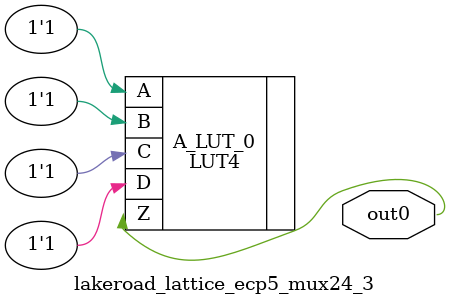
<source format=v>
/* Generated by Yosys 0.19 (git sha1 a45c131b37c, clang 13.1.6 -fPIC -Os) */

module lakeroad_lattice_ecp5_mux24_3(out0);
  wire _0_;
  wire _1_;
  wire _2_;
  wire _3_;
  wire _4_;
  wire _5_;
  wire _6_;
  output out0;
  wire out0;
  LUT4 #(
    .INIT(16'h8000)
  ) A_LUT_0 (
    .A(1'h1),
    .B(1'h1),
    .C(1'h1),
    .D(1'h1),
    .Z(out0)
  );
  LUT4 #(
    .INIT(16'h0000)
  ) B_LUT_1 (
    .A(1'h1),
    .B(1'h1),
    .C(1'h1),
    .D(1'h1),
    .Z(_6_)
  );
  LUT4 #(
    .INIT(16'h0000)
  ) C_LUT_2 (
    .A(1'h1),
    .B(1'h1),
    .C(1'h1),
    .D(1'h1),
    .Z(_5_)
  );
  LUT4 #(
    .INIT(16'h0000)
  ) D_LUT_3 (
    .A(1'h1),
    .B(1'h1),
    .C(1'h1),
    .D(1'h1),
    .Z(_4_)
  );
  LUT4 #(
    .INIT(16'h0000)
  ) E_LUT_4 (
    .A(1'h1),
    .B(1'h1),
    .C(1'h1),
    .D(1'h1),
    .Z(_3_)
  );
  LUT4 #(
    .INIT(16'h0000)
  ) F_LUT_5 (
    .A(1'h1),
    .B(1'h1),
    .C(1'h1),
    .D(1'h1),
    .Z(_2_)
  );
  LUT4 #(
    .INIT(16'h0000)
  ) G_LUT_6 (
    .A(1'h1),
    .B(1'h1),
    .C(1'h1),
    .D(1'h1),
    .Z(_1_)
  );
  LUT4 #(
    .INIT(16'h0000)
  ) H_LUT_7 (
    .A(1'h1),
    .B(1'h1),
    .C(1'h1),
    .D(1'h1),
    .Z(_0_)
  );
endmodule


</source>
